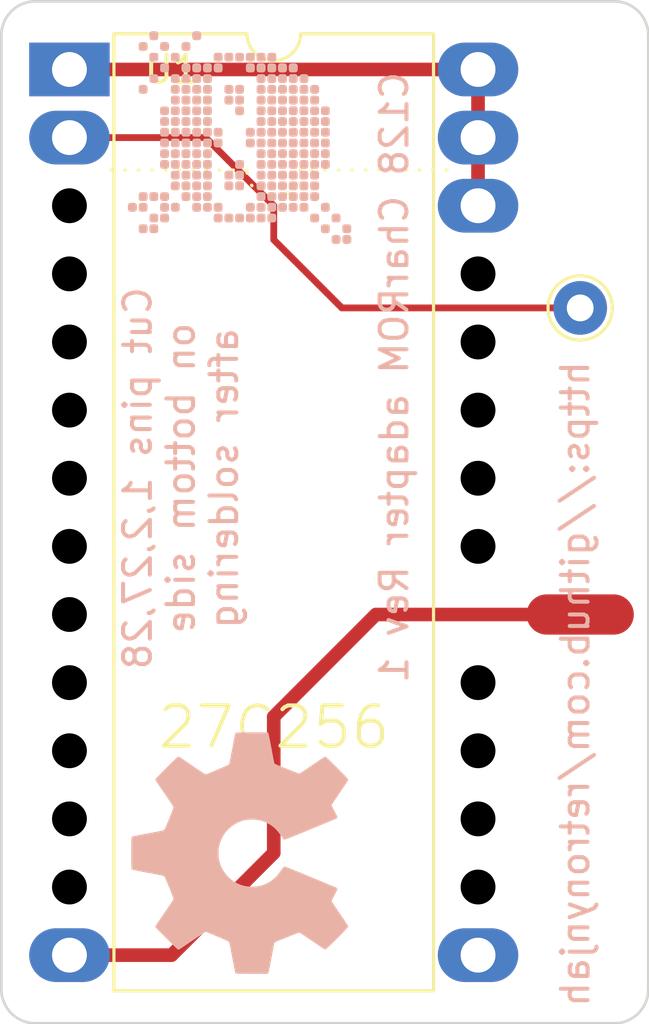
<source format=kicad_pcb>
(kicad_pcb (version 20221018) (generator pcbnew)
  (layers (0 "F.Cu" signal) (31 "B.Cu" signal) (34 "B.Paste" user) (35 "F.Paste" user) (36 "B.SilkS" user "B.Silkscreen") (37 "F.SilkS" user "F.Silkscreen") (38 "B.Mask" user) (39 "F.Mask" user) (44 "Edge.Cuts" user))
  (net 0 "")
  (net 1 "VCC")
  (net 2 "GND")
  (net 3 "/D3")
  (net 4 "Net-(U1-A12)")
  (footprint "TestPoint:TestPoint_THTPad_D2.0mm_Drill1.0mm" (layer "F.Cu") (at 144.78 63.5)
    (fp_text reference "J1")
    (fp_text value "A11")
    (pad "1" thru_hole circle (at 0 0) (size 2 2) (drill 1) (layers "*.Cu" "*.Mask") (net 4 "Net-(U1-A12)"))
  )
  (footprint "Package_DIP:DIP-28_W15.24mm" (layer "F.Cu") (at 125.73 54.61)
    (fp_text reference "U1" (at 3.81 0) (layer "F.SilkS"))
    (fp_text value "27C256")
    (pad "" np_thru_hole circle (at 0 5.08) (size 2 2) (drill 1.3) (layers "*.Mask"))
    (pad "" np_thru_hole circle (at 0 7.62) (size 2 2) (drill 1.3) (layers "*.Mask"))
    (pad "" np_thru_hole circle (at 0 10.16) (size 2 2) (drill 1.3) (layers "*.Mask"))
    (pad "" np_thru_hole circle (at 0 12.7) (size 2 2) (drill 1.3) (layers "*.Mask"))
    (pad "" np_thru_hole circle (at 0 15.24) (size 2 2) (drill 1.3) (layers "*.Mask"))
    (pad "" np_thru_hole circle (at 0 17.78) (size 2 2) (drill 1.3) (layers "*.Mask"))
    (pad "" np_thru_hole oval (at 0 20.32) (size 2 2) (drill 1.3) (layers "*.Mask"))
    (pad "" np_thru_hole circle (at 0 22.86) (size 2 2) (drill 1.3) (layers "*.Mask"))
    (pad "" np_thru_hole circle (at 0 25.4) (size 2 2) (drill 1.3) (layers "*.Mask"))
    (pad "" np_thru_hole circle (at 0 27.94) (size 2 2) (drill 1.3) (layers "*.Mask"))
    (pad "" np_thru_hole circle (at 0 30.48) (size 2 2) (drill 1.3) (layers "*.Mask"))
    (pad "" np_thru_hole circle (at 15.24 7.62) (size 2 2) (drill 1.3) (layers "*.Mask"))
    (pad "" np_thru_hole circle (at 15.24 10.16) (size 2 2) (drill 1.3) (layers "*.Mask"))
    (pad "" np_thru_hole circle (at 15.24 12.7) (size 2 2) (drill 1.3) (layers "*.Mask"))
    (pad "" np_thru_hole circle (at 15.24 15.24) (size 2 2) (drill 1.3) (layers "*.Mask"))
    (pad "" np_thru_hole circle (at 15.24 17.78) (size 2 2) (drill 1.3) (layers "*.Mask"))
    (pad "" np_thru_hole circle (at 15.24 22.86) (size 2 2) (drill 1.3) (layers "*.Mask"))
    (pad "" np_thru_hole circle (at 15.24 25.4) (size 2 2) (drill 1.3) (layers "*.Mask"))
    (pad "" np_thru_hole circle (at 15.24 27.94) (size 2 2) (drill 1.3) (layers "*.Mask"))
    (pad "" np_thru_hole circle (at 15.24 30.48) (size 2 2) (drill 1.3) (layers "*.Mask"))
    (pad "1" thru_hole rect (at 0 0) (size 3 2) (drill 1.3) (layers "*.Cu" "*.Mask") (net 1 "VCC"))
    (pad "2" thru_hole oval (at 0 2.54) (size 3 2) (drill 1.3) (layers "*.Cu" "*.Mask") (net 4 "Net-(U1-A12)"))
    (pad "14" thru_hole oval (at 0 33.02) (size 3 2) (drill 1.3) (layers "*.Cu" "*.Mask") (net 2 "GND"))
    (pad "15" thru_hole oval (at 15.24 33.02) (size 3 2) (drill 1.3) (layers "*.Cu" "*.Mask") (net 3 "/D3"))
    (pad "20" smd oval (at 19.05 20.32 90) (size 1.5 4) (layers "F.Cu" "F.Paste" "F.Mask") (net 2 "GND"))
    (pad "26" thru_hole oval (at 15.24 5.08) (size 3 2) (drill 1.3) (layers "*.Cu" "*.Mask") (net 1 "VCC"))
    (pad "27" thru_hole oval (at 15.24 2.54) (size 3 2) (drill 1.3) (layers "*.Cu" "*.Mask") (net 1 "VCC"))
    (pad "28" thru_hole oval (at 15.24 0) (size 3 2) (drill 1.3) (layers "*.Cu" "*.Mask") (net 1 "VCC"))
  )
  (footprint "LOGO" (layer "B.Cu") (at 132.08 57.15 -90)
    (fp_text reference "G***" hide)
    (fp_text value "LOGO" hide)
  )
  (footprint "LOGO" (layer "B.Cu") (at 132.08 83.82 -90)
    (fp_text reference "G***" hide)
    (fp_text value "LOGO" hide)
  )
  (gr_arc (start 146.05 52.07) (mid 146.948026 52.441974) (end 147.32 53.34) (stroke (width 0.1)) (layer "Edge.Cuts"))
  (gr_arc (start 147.32 88.9) (mid 146.948026 89.798026) (end 146.05 90.17) (stroke (width 0.1)) (layer "Edge.Cuts"))
  (gr_line (start 147.32 53.34) (end 147.32 88.9) (stroke (width 0.1)) (layer "Edge.Cuts"))
  (gr_arc (start 123.19 53.34) (mid 123.561974 52.441974) (end 124.46 52.07) (stroke (width 0.1)) (layer "Edge.Cuts"))
  (gr_arc (start 124.46 90.17) (mid 123.561974 89.798026) (end 123.19 88.9) (stroke (width 0.1)) (layer "Edge.Cuts"))
  (gr_line (start 123.19 53.34) (end 123.19 88.9) (stroke (width 0.1)) (layer "Edge.Cuts"))
  (gr_line (start 124.46 52.07) (end 146.05 52.07) (stroke (width 0.1)) (layer "Edge.Cuts"))
  (gr_line (start 124.46 90.17) (end 146.05 90.17) (stroke (width 0.1)) (layer "Edge.Cuts"))
  (gr_text "https://github.com/retronynjah" (at 145.185441 65.401129 90) (layer "B.SilkS") (effects (font (size 1 1)) (justify left bottom mirror)))
  (gr_text "Cut pins 1,2,27,28\non bottom side\nafter soldering" (at 132.08 69.85 90) (layer "B.SilkS") (effects (font (size 1 1)) (justify bottom mirror)))
  (gr_text "C128 CharROM adapter Rev 1" (at 138.43 54.61 90) (layer "B.SilkS") (effects (font (size 1 1)) (justify left bottom mirror)))
  (gr_text "27C256" (at 133.35 80.01) (layer "F.SilkS") (effects (font (size 1.5 1.5)) (justify bottom)))
  (segment (start 140.97 57.15) (end 140.97 54.61) (width 0.508) (layer "F.Cu") (net 1))
  (segment (start 140.97 59.69) (end 140.97 57.15) (width 0.508) (layer "F.Cu") (net 1))
  (segment (start 140.97 54.61) (end 125.73 54.61) (width 0.508) (layer "F.Cu") (net 1))
  (segment (start 133.35 83.82) (end 129.54 87.63) (width 0.508) (layer "F.Cu") (net 2))
  (segment (start 137.16 74.93) (end 144.78 74.93) (width 0.508) (layer "F.Cu") (net 2))
  (segment (start 133.35 78.74) (end 133.35 83.82) (width 0.508) (layer "F.Cu") (net 2))
  (segment (start 137.16 74.93) (end 133.35 78.74) (width 0.508) (layer "F.Cu") (net 2))
  (segment (start 129.54 87.63) (end 125.73 87.63) (width 0.508) (layer "F.Cu") (net 2))
  (segment (start 130.81 57.15) (end 125.73 57.15) (width 0.254) (layer "F.Cu") (net 4))
  (segment (start 144.78 63.5) (end 135.89 63.5) (width 0.254) (layer "F.Cu") (net 4))
  (segment (start 133.35 59.69) (end 130.81 57.15) (width 0.254) (layer "F.Cu") (net 4))
  (segment (start 133.35 60.96) (end 133.35 59.69) (width 0.254) (layer "F.Cu") (net 4))
  (segment (start 135.89 63.5) (end 133.35 60.96) (width 0.254) (layer "F.Cu") (net 4))
)
</source>
